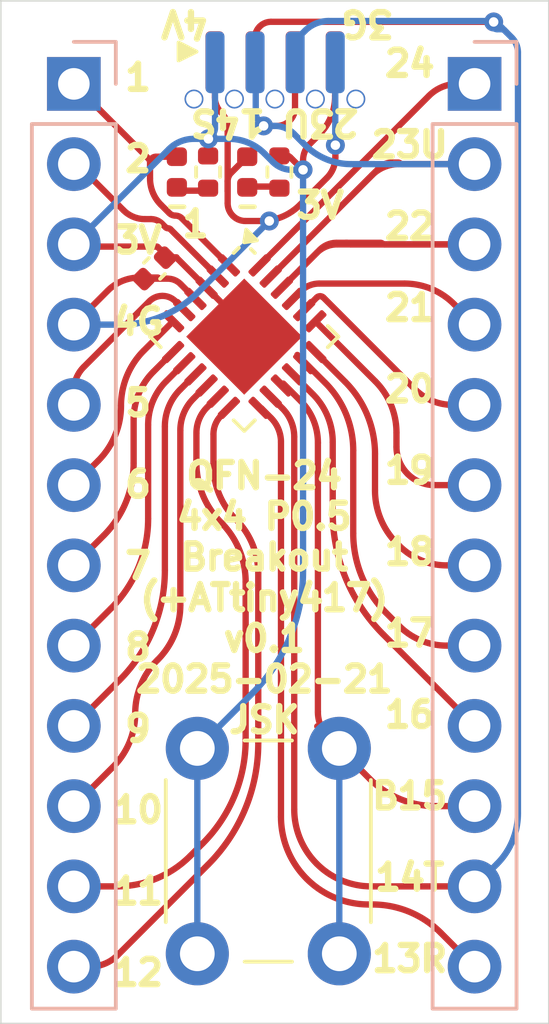
<source format=kicad_pcb>
(kicad_pcb (version 20240108) (generator "pcbnew") (generator_version "8.0")
  (layers (0 "F.Cu" signal) (31 "B.Cu" signal) (34 "B.Paste" user) (35 "F.Paste" user) (36 "B.SilkS" user "B.Silkscreen") (37 "F.SilkS" user "F.Silkscreen") (38 "B.Mask" user) (39 "F.Mask" user) (44 "Edge.Cuts" user))
  (net 0 "")
  (net 1 "/Pin3")
  (net 2 "/Pin4")
  (net 3 "Net-(D1001-Pad1)")
  (net 4 "Net-(D1002-Pad1)")
  (net 5 "/Pin1")
  (net 6 "/Pin21")
  (net 7 "/Pin24")
  (net 8 "/Pin15")
  (net 9 "/Pin17")
  (net 10 "/Pin19")
  (net 11 "/Pin22")
  (net 12 "/Pin18")
  (net 13 "/Pin20")
  (net 14 "/Pin13")
  (net 15 "/Pin23")
  (net 16 "/Pin14")
  (net 17 "/Pin16")
  (net 18 "/Pin6")
  (net 19 "/Pin10")
  (net 20 "/Pin5")
  (net 21 "/Pin8")
  (net 22 "/Pin11")
  (net 23 "/Pin2")
  (net 24 "/Pin7")
  (net 25 "/Pin12")
  (net 26 "/Pin9")
  (footprint "Resistor_SMD:R_0402_1005Metric" (layer "F.Cu") (at 146.89 74.550001 90)
    (property "Reference" "R1001" (hide yes))
    (property "Value" "R_US" (hide yes))
    (fp_line (start -0.153641 -0.38) (end 0.153641 -0.38) (stroke (width 0.12)) (layer "F.SilkS"))
    (fp_line (start -0.153641 0.38) (end 0.153641 0.38) (stroke (width 0.12)) (layer "F.SilkS"))
    (pad "1" smd roundrect (at -0.509999 0 90) (size 0.54 0.64) (layers "F.Cu" "F.Paste" "F.Mask") (net 3 "Net-(D1001-Pad1)"))
    (pad "2" smd roundrect (at 0.509999 0 90) (size 0.54 0.64) (layers "F.Cu" "F.Paste" "F.Mask") (net 1 "/Pin3"))
  )
  (footprint "JSK:LED_0402_1005Metric" (layer "F.Cu") (at 143.64 74.550001 90)
    (property "Reference" "D1002" (hide yes))
    (property "Value" "LED" (hide yes))
    (fp_line (start -1.1 -0.20625) (end -1.1 0.226249) (stroke (width 0.15)) (layer "F.SilkS"))
    (pad "1" smd roundrect (at -0.485 0 90) (size 0.59 0.64) (layers "F.Cu" "F.Paste" "F.Mask") (net 4 "Net-(D1002-Pad1)"))
    (pad "2" smd roundrect (at 0.485 0 90) (size 0.59 0.64) (layers "F.Cu" "F.Paste" "F.Mask") (net 5 "/Pin1"))
  )
  (footprint "JSK:8-pin-clip" (layer "F.Cu") (at 146.75 71.07 90)
    (property "Reference" "J1003" (hide yes))
    (property "Value" "~" (hide yes))
    (fp_poly (pts (xy 0.050323 -3.056152) (xy 0.620323 -3.056152) (xy 0.330324 -2.486152)) (stroke (width 0.12)) (fill solid) (layer "F.SilkS"))
    (pad "" np_thru_hole circle (at -1.17 -2.5675 90) (size 0.6 0.6) (drill 0.5) (layers "F&B.Cu"))
    (pad "" np_thru_hole circle (at -1.17 -1.285 90) (size 0.6 0.6) (drill 0.5) (layers "F&B.Cu"))
    (pad "" np_thru_hole circle (at -1.17 -0.0025 90) (size 0.6 0.6) (drill 0.5) (layers "F&B.Cu"))
    (pad "" np_thru_hole circle (at -1.17 1.28 90) (size 0.6 0.6) (drill 0.5) (layers "F&B.Cu"))
    (pad "" np_thru_hole circle (at -1.17 2.5625 90) (size 0.6 0.6) (drill 0.5) (layers "F&B.Cu"))
    (pad "A1" connect roundrect (at 0 -1.904999 90) (size 1.95 0.6) (layers "F.Cu" "F.Mask") (net 2 "/Pin4"))
    (pad "A2" connect roundrect (at 0 -0.635 90) (size 1.95 0.6) (layers "F.Cu" "F.Mask") (net 16 "/Pin14"))
    (pad "A3" connect roundrect (at 0 0.635 90) (size 1.95 0.6) (layers "F.Cu" "F.Mask") (net 15 "/Pin23"))
    (pad "A4" connect roundrect (at 0 1.904999 90) (size 1.95 0.6) (layers "F.Cu" "F.Mask") (net 1 "/Pin3"))
    (pad "B1" connect roundrect (at -0.01 1.91 90) (size 1.95 0.6) (layers "B.Cu" "B.Mask") (net 2 "/Pin4"))
    (pad "B2" connect roundrect (at -0.01 0.64 90) (size 1.95 0.6) (layers "B.Cu" "B.Mask") (net 16 "/Pin14"))
    (pad "B3" connect roundrect (at -0.01 -0.63 90) (size 1.95 0.6) (layers "B.Cu" "B.Mask") (net 15 "/Pin23"))
    (pad "B4" connect roundrect (at -0.01 -1.9 90) (size 1.95 0.6) (layers "B.Cu" "B.Mask") (net 1 "/Pin3"))
  )
  (footprint "Capacitor_SMD:C_0402_1005Metric" (layer "F.Cu") (at 142.93 77.6 45)
    (property "Reference" "C1001" (hide yes))
    (property "Value" "C" (hide yes))
    (fp_line (start -0.107836 -0.36) (end 0.107836 -0.36) (stroke (width 0.12)) (layer "F.SilkS"))
    (fp_line (start -0.107836 0.36) (end 0.107836 0.36) (stroke (width 0.12)) (layer "F.SilkS"))
    (pad "1" smd roundrect (at -0.48 0 45) (size 0.56 0.62) (layers "F.Cu" "F.Paste" "F.Mask") (net 2 "/Pin4"))
    (pad "2" smd roundrect (at 0.48 0 45) (size 0.56 0.62) (layers "F.Cu" "F.Paste" "F.Mask") (net 1 "/Pin3"))
  )
  (footprint "Button_Switch_THT:SW_PUSH_6mm" (layer "F.Cu") (at 144.288391 99.292925 90)
    (property "Reference" "SW1001" (hide yes))
    (property "Value" "Push_Button" (hide yes))
    (fp_line (start 5.5 -1) (end 1 -1) (stroke (width 0.12)) (layer "F.SilkS"))
    (fp_line (start -0.25 1.5) (end -0.25 3) (stroke (width 0.12)) (layer "F.SilkS"))
    (fp_line (start 6.75 3) (end 6.75 1.5) (stroke (width 0.12)) (layer "F.SilkS"))
    (fp_line (start 1 5.5) (end 5.5 5.5) (stroke (width 0.12)) (layer "F.SilkS"))
    (pad "1" thru_hole circle (at 0 0 180) (size 2 2) (drill 1.1) (layers "*.Cu" "*.Mask") (net 1 "/Pin3"))
    (pad "1" thru_hole circle (at 6.5 0 180) (size 2 2) (drill 1.1) (layers "*.Cu" "*.Mask") (net 1 "/Pin3"))
    (pad "2" thru_hole circle (at 0 4.500001 180) (size 2 2) (drill 1.1) (layers "*.Cu" "*.Mask") (net 8 "/Pin15"))
    (pad "2" thru_hole circle (at 6.500001 4.5 180) (size 2 2) (drill 1.1) (layers "*.Cu" "*.Mask") (net 8 "/Pin15"))
  )
  (footprint "JSK:LED_0402_1005Metric" (layer "F.Cu") (at 145.87 74.550001 90)
    (property "Reference" "D1001" (hide yes))
    (property "Value" "LED" (hide yes))
    (fp_line (start -1.1 -0.20625) (end -1.1 0.226249) (stroke (width 0.15)) (layer "F.SilkS"))
    (pad "1" smd roundrect (at -0.485 0 90) (size 0.59 0.64) (layers "F.Cu" "F.Paste" "F.Mask") (net 3 "Net-(D1001-Pad1)"))
    (pad "2" smd roundrect (at 0.485 0 90) (size 0.59 0.64) (layers "F.Cu" "F.Paste" "F.Mask") (net 2 "/Pin4"))
  )
  (footprint "Resistor_SMD:R_0402_1005Metric" (layer "F.Cu") (at 144.63 74.550001 90)
    (property "Reference" "R1002" (hide yes))
    (property "Value" "R_US" (hide yes))
    (fp_line (start -0.153641 -0.38) (end 0.153641 -0.38) (stroke (width 0.12)) (layer "F.SilkS"))
    (fp_line (start -0.153641 0.38) (end 0.153641 0.38) (stroke (width 0.12)) (layer "F.SilkS"))
    (pad "1" smd roundrect (at -0.509999 0 90) (size 0.54 0.64) (layers "F.Cu" "F.Paste" "F.Mask") (net 4 "Net-(D1002-Pad1)"))
    (pad "2" smd roundrect (at 0.509999 0 90) (size 0.54 0.64) (layers "F.Cu" "F.Paste" "F.Mask") (net 1 "/Pin3"))
  )
  (footprint "Package_DFN_QFN:QFN-24-1EP_4x4mm_P0.5mm_EP2.6x2.6mm" (layer "F.Cu") (at 145.775 79.76 -45)
    (property "Reference" "U1001" (hide yes))
    (property "Value" "ATtiny417-M" (hide yes))
    (fp_line (start -2.11 2.11) (end -2.11 1.635) (stroke (width 0.12)) (layer "F.SilkS"))
    (fp_line (start -1.635 2.11) (end -2.11 2.11) (stroke (width 0.12)) (layer "F.SilkS"))
    (fp_line (start -2.11 -1.635) (end -2.11 -1.87) (stroke (width 0.12)) (layer "F.SilkS"))
    (fp_line (start 1.635 2.11) (end 2.11 2.11) (stroke (width 0.12)) (layer "F.SilkS"))
    (fp_line (start 2.11 2.11) (end 2.11 1.635) (stroke (width 0.12)) (layer "F.SilkS"))
    (fp_line (start -1.635 -2.11) (end -1.81 -2.11) (stroke (width 0.12)) (layer "F.SilkS"))
    (fp_line (start 1.635 -2.11) (end 2.11 -2.11) (stroke (width 0.12)) (layer "F.SilkS"))
    (fp_line (start 2.11 -2.11) (end 2.11 -1.635) (stroke (width 0.12)) (layer "F.SilkS"))
    (fp_poly (pts (xy -2.11 -2.11) (xy -2.349999 -2.44) (xy -1.87 -2.44) (xy -2.11 -2.11)) (stroke (width 0.12)) (fill solid) (layer "F.SilkS"))
    (pad "1" smd roundrect (at -1.9375 -1.25 315) (size 0.825 0.25) (layers "F.Cu" "F.Paste" "F.Mask") (net 5 "/Pin1"))
    (pad "2" smd roundrect (at -1.937499 -0.75 315) (size 0.825 0.25) (layers "F.Cu" "F.Paste" "F.Mask") (net 23 "/Pin2"))
    (pad "3" smd roundrect (at -1.9375 -0.25 315) (size 0.825 0.25) (layers "F.Cu" "F.Paste" "F.Mask") (net 1 "/Pin3"))
    (pad "4" smd roundrect (at -1.9375 0.25 315) (size 0.825 0.25) (layers "F.Cu" "F.Paste" "F.Mask") (net 2 "/Pin4"))
    (pad "5" smd roundrect (at -1.937499 0.75 315) (size 0.825 0.25) (layers "F.Cu" "F.Paste" "F.Mask") (net 20 "/Pin5"))
    (pad "6" smd roundrect (at -1.9375 1.25 315) (size 0.825 0.25) (layers "F.Cu" "F.Paste" "F.Mask") (net 18 "/Pin6"))
    (pad "7" smd roundrect (at -1.25 1.9375 315) (size 0.25 0.825) (layers "F.Cu" "F.Paste" "F.Mask") (net 24 "/Pin7"))
    (pad "8" smd roundrect (at -0.75 1.937499 315) (size 0.25 0.825) (layers "F.Cu" "F.Paste" "F.Mask") (net 21 "/Pin8"))
    (pad "9" smd roundrect (at -0.25 1.9375 315) (size 0.25 0.825) (layers "F.Cu" "F.Paste" "F.Mask") (net 26 "/Pin9"))
    (pad "10" smd roundrect (at 0.25 1.9375 315) (size 0.25 0.825) (layers "F.Cu" "F.Paste" "F.Mask") (net 19 "/Pin10"))
    (pad "11" smd roundrect (at 0.75 1.937499 315) (size 0.25 0.825) (layers "F.Cu" "F.Paste" "F.Mask") (net 22 "/Pin11"))
    (pad "12" smd roundrect (at 1.25 1.9375 315) (size 0.25 0.825) (layers "F.Cu" "F.Paste" "F.Mask") (net 25 "/Pin12"))
    (pad "13" smd roundrect (at 1.9375 1.25 315) (size 0.825 0.25) (layers "F.Cu" "F.Paste" "F.Mask") (net 14 "/Pin13"))
    (pad "14" smd roundrect (at 1.937499 0.75 315) (size 0.825 0.25) (layers "F.Cu" "F.Paste" "F.Mask") (net 16 "/Pin14"))
    (pad "15" smd roundrect (at 1.9375 0.25 315) (size 0.825 0.25) (layers "F.Cu" "F.Paste" "F.Mask") (net 8 "/Pin15"))
    (pad "16" smd roundrect (at 1.9375 -0.25 315) (size 0.825 0.25) (layers "F.Cu" "F.Paste" "F.Mask") (net 17 "/Pin16"))
    (pad "17" smd roundrect (at 1.937499 -0.75 315) (size 0.825 0.25) (layers "F.Cu" "F.Paste" "F.Mask") (net 9 "/Pin17"))
    (pad "18" smd roundrect (at 1.9375 -1.25 315) (size 0.825 0.25) (layers "F.Cu" "F.Paste" "F.Mask") (net 12 "/Pin18"))
    (pad "19" smd roundrect (at 1.25 -1.9375 315) (size 0.25 0.825) (layers "F.Cu" "F.Paste" "F.Mask") (net 10 "/Pin19"))
    (pad "20" smd roundrect (at 0.75 -1.937499 315) (size 0.25 0.825) (layers "F.Cu" "F.Paste" "F.Mask") (net 13 "/Pin20"))
    (pad "21" smd roundrect (at 0.25 -1.9375 315) (size 0.25 0.825) (layers "F.Cu" "F.Paste" "F.Mask") (net 6 "/Pin21"))
    (pad "22" smd roundrect (at -0.25 -1.9375 315) (size 0.25 0.825) (layers "F.Cu" "F.Paste" "F.Mask") (net 11 "/Pin22"))
    (pad "23" smd roundrect (at -0.75 -1.937499 315) (size 0.25 0.825) (layers "F.Cu" "F.Paste" "F.Mask") (net 15 "/Pin23"))
    (pad "24" smd roundrect (at -1.25 -1.9375 315) (size 0.25 0.825) (layers "F.Cu" "F.Paste" "F.Mask") (net 7 "/Pin24"))
    (pad "25" smd rect (at 0 0 315) (size 2.6 2.6) (property pad_prop_heatsink) (layers "F.Cu" "F.Mask") (net 1 "/Pin3"))
  )
  (footprint "Connector_PinHeader_2.54mm:PinHeader_1x12_P2.54mm_Vertical" (layer "B.Cu") (at 140.375 71.76 180)
    (property "Reference" "J1002" (hide yes))
    (property "Value" "Conn_01x12_Pin" (hide yes))
    (fp_line (start 1.33 -1.27) (end -1.33 -1.27) (stroke (width 0.12)) (layer "B.SilkS"))
    (fp_line (start 1.33 -29.27) (end 1.33 -1.27) (stroke (width 0.12)) (layer "B.SilkS"))
    (fp_line (start 1.33 -29.27) (end -1.33 -29.27) (stroke (width 0.12)) (layer "B.SilkS"))
    (fp_line (start 0 1.33) (end -1.33 1.33) (stroke (width 0.12)) (layer "B.SilkS"))
    (fp_line (start -1.33 1.33) (end -1.33 0) (stroke (width 0.12)) (layer "B.SilkS"))
    (fp_line (start -1.33 -29.27) (end -1.33 -1.27) (stroke (width 0.12)) (layer "B.SilkS"))
    (pad "1" thru_hole rect (at 0 0 180) (size 1.7 1.7) (drill 1) (layers "*.Cu" "*.Mask") (net 5 "/Pin1"))
    (pad "2" thru_hole oval (at 0 -2.54 180) (size 1.7 1.7) (drill 1) (layers "*.Cu" "*.Mask") (net 23 "/Pin2"))
    (pad "3" thru_hole oval (at 0 -5.08 180) (size 1.7 1.7) (drill 1) (layers "*.Cu" "*.Mask") (net 1 "/Pin3"))
    (pad "4" thru_hole oval (at 0 -7.62 180) (size 1.7 1.7) (drill 1) (layers "*.Cu" "*.Mask") (net 2 "/Pin4"))
    (pad "5" thru_hole oval (at 0 -10.16 180) (size 1.7 1.7) (drill 1) (layers "*.Cu" "*.Mask") (net 20 "/Pin5"))
    (pad "6" thru_hole oval (at 0 -12.7 180) (size 1.7 1.7) (drill 1) (layers "*.Cu" "*.Mask") (net 18 "/Pin6"))
    (pad "7" thru_hole oval (at 0 -15.24 180) (size 1.7 1.7) (drill 1) (layers "*.Cu" "*.Mask") (net 24 "/Pin7"))
    (pad "8" thru_hole oval (at 0 -17.78 180) (size 1.7 1.7) (drill 1) (layers "*.Cu" "*.Mask") (net 21 "/Pin8"))
    (pad "9" thru_hole oval (at 0 -20.32 180) (size 1.7 1.7) (drill 1) (layers "*.Cu" "*.Mask") (net 26 "/Pin9"))
    (pad "10" thru_hole oval (at 0 -22.86 180) (size 1.7 1.7) (drill 1) (layers "*.Cu" "*.Mask") (net 19 "/Pin10"))
    (pad "11" thru_hole oval (at 0 -25.4 180) (size 1.7 1.7) (drill 1) (layers "*.Cu" "*.Mask") (net 22 "/Pin11"))
    (pad "12" thru_hole oval (at 0 -27.94 180) (size 1.7 1.7) (drill 1) (layers "*.Cu" "*.Mask") (net 25 "/Pin12"))
  )
  (footprint "Connector_PinHeader_2.54mm:PinHeader_1x12_P2.54mm_Vertical" (layer "B.Cu") (at 153.075 71.76 180)
    (property "Reference" "J1001" (hide yes))
    (property "Value" "Conn_01x12_Pin" (hide yes))
    (fp_line (start 1.33 -1.27) (end -1.33 -1.27) (stroke (width 0.12)) (layer "B.SilkS"))
    (fp_line (start 1.33 -29.27) (end 1.33 -1.27) (stroke (width 0.12)) (layer "B.SilkS"))
    (fp_line (start 1.33 -29.27) (end -1.33 -29.27) (stroke (width 0.12)) (layer "B.SilkS"))
    (fp_line (start 0 1.33) (end -1.33 1.33) (stroke (width 0.12)) (layer "B.SilkS"))
    (fp_line (start -1.33 1.33) (end -1.33 0) (stroke (width 0.12)) (layer "B.SilkS"))
    (fp_line (start -1.33 -29.27) (end -1.33 -1.27) (stroke (width 0.12)) (layer "B.SilkS"))
    (pad "1" thru_hole rect (at 0 0 180) (size 1.7 1.7) (drill 1) (layers "*.Cu" "*.Mask") (net 7 "/Pin24"))
    (pad "2" thru_hole oval (at 0 -2.54 180) (size 1.7 1.7) (drill 1) (layers "*.Cu" "*.Mask") (net 15 "/Pin23"))
    (pad "3" thru_hole oval (at 0 -5.08 180) (size 1.7 1.7) (drill 1) (layers "*.Cu" "*.Mask") (net 11 "/Pin22"))
    (pad "4" thru_hole oval (at 0 -7.62 180) (size 1.7 1.7) (drill 1) (layers "*.Cu" "*.Mask") (net 6 "/Pin21"))
    (pad "5" thru_hole oval (at 0 -10.16 180) (size 1.7 1.7) (drill 1) (layers "*.Cu" "*.Mask") (net 13 "/Pin20"))
    (pad "6" thru_hole oval (at 0 -12.7 180) (size 1.7 1.7) (drill 1) (layers "*.Cu" "*.Mask") (net 10 "/Pin19"))
    (pad "7" thru_hole oval (at 0 -15.24 180) (size 1.7 1.7) (drill 1) (layers "*.Cu" "*.Mask") (net 12 "/Pin18"))
    (pad "8" thru_hole oval (at 0 -17.78 180) (size 1.7 1.7) (drill 1) (layers "*.Cu" "*.Mask") (net 9 "/Pin17"))
    (pad "9" thru_hole oval (at 0 -20.32 180) (size 1.7 1.7) (drill 1) (layers "*.Cu" "*.Mask") (net 17 "/Pin16"))
    (pad "10" thru_hole oval (at 0 -22.86 180) (size 1.7 1.7) (drill 1) (layers "*.Cu" "*.Mask") (net 8 "/Pin15"))
    (pad "11" thru_hole oval (at 0 -25.4 180) (size 1.7 1.7) (drill 1) (layers "*.Cu" "*.Mask") (net 16 "/Pin14"))
    (pad "12" thru_hole oval (at 0 -27.94 180) (size 1.7 1.7) (drill 1) (layers "*.Cu" "*.Mask") (net 14 "/Pin13"))
  )
  (gr_rect (start 138.06 69.13) (end 155.43 101.5) (stroke (width 0.05)) (fill none) (layer "Edge.Cuts"))
  (gr_text "3V" (at 148.18 75.14 0) (layer "F.SilkS") (effects (font (size 0.8 0.8) (thickness 0.2) (bold yes)) (justify top)))
  (gr_text "24\n\n23U\n\n22\n\n21\n\n20\n\n19\n\n18\n\n17\n\n16\n\nB15\n\n14T\n\n13R" (at 151.02 70.65 0) (layer "F.SilkS") (effects (font (size 0.8 0.8) (thickness 0.2) (bold yes)) (justify top)))
  (gr_text "1\n\n2\n\n3V\n\n4G\n\n5\n\n6\n\n7\n\n8\n\n9\n\n10\n\n11\n\n12" (at 142.41 71.09 0) (layer "F.SilkS") (effects (font (size 0.8 0.8) (thickness 0.2) (bold yes)) (justify top)))
  (gr_text "23U 14S" (at 149.5 72.52 180) (layer "F.SilkS") (effects (font (size 0.8 0.8) (thickness 0.2) (bold yes)) (justify left bottom)))
  (gr_text "QFN-24\n4x4 P0.5\nBreakout\n(+ATtiny417)\nv0.1\n2025-02-21\nJSK" (at 146.41 88.03 0) (layer "F.SilkS") (effects (font (size 0.8 0.8) (thickness 0.2) (bold yes))))
  (gr_text "1" (at 144.23 75.73 0) (layer "F.SilkS") (effects (font (size 0.8 0.8) (thickness 0.2) (bold yes)) (justify top)))
  (gr_text "3G       4V" (at 150.58 69.38 180) (layer "F.SilkS") (effects (font (size 0.8 0.8) (thickness 0.2) (bold yes)) (justify left bottom)))
  (segment (start 148.654999 72.142846) (end 148.654999 71.07) (width 0.2) (layer "F.Cu") (net 1))
  (segment (start 143.624276 77.249999) (end 143.494999 77.249999) (width 0.2) (layer "F.Cu") (net 1))
  (segment (start 148.147499 73.368058) (end 147.853702 73.661855) (width 0.2) (layer "F.Cu") (net 1))
  (segment (start 143.05 76.94) (end 143.264539 77.154539) (width 0.2) (layer "F.Cu") (net 1))
  (segment (start 147.241923 74.091923) (end 147.626464 74.476464) (width 0.2) (layer "F.Cu") (net 1))
  (segment (start 147.64 74.48) (end 147.635 74.48) (width 0.2) (layer "F.Cu") (net 1))
  (segment (start 144.64 73.5) (end 144.64 74.030002) (width 0.2) (layer "F.Cu") (net 1))
  (segment (start 143.005857 76.91) (end 140.445 76.91) (width 0.2) (layer "F.Cu") (net 1))
  (segment (start 144.581757 78.213204) (end 145.775 79.406447) (width 0.2) (layer "F.Cu") (net 1))
  (segment (start 143.03 76.92) (end 143.05 76.94) (width 0.2) (layer "F.Cu") (net 1))
  (segment (start 147.02 74) (end 146.89 74) (width 0.2) (layer "F.Cu") (net 1))
  (segment (start 147.64 74.48) (end 147.64 74.177779) (width 0.2) (layer "F.Cu") (net 1))
  (segment (start 144.581757 78.213204) (end 143.634047 77.265494) (width 0.2) (layer "F.Cu") (net 1))
  (via (at 147.64 74.48) (size 0.6) (drill 0.3) (layers "F.Cu" "B.Cu") (net 1))
  (via (at 144.64 73.5) (size 0.6) (drill 0.3) (layers "F.Cu" "B.Cu") (net 1))
  (arc (start 147.853702 73.661855) (mid 147.695539 73.898563) (end 147.64 74.177779) (width 0.2) (layer "F.Cu") (net 1))
  (arc (start 143.63 77.255723) (mid 143.631051 77.261011) (end 143.634047 77.265494) (width 0.2) (layer "F.Cu") (net 1))
  (arc (start 148.654999 72.142846) (mid 148.523104 72.805926) (end 148.147499 73.368058) (width 0.2) (layer "F.Cu") (net 1))
  (arc (start 143.63 77.255723) (mid 143.628323 77.251675) (end 143.624276 77.249999) (width 0.2) (layer "F.Cu") (net 1))
  (arc (start 143.03 76.92) (mid 143.018923 76.912598) (end 143.005857 76.91) (width 0.2) (layer "F.Cu") (net 1))
  (arc (start 143.264539 77.154539) (mid 143.370275 77.225189) (end 143.494999 77.249999) (width 0.2) (layer "F.Cu") (net 1))
  (arc (start 147.626464 74.476464) (mid 147.63038 74.479081) (end 147.635 74.48) (width 0.2) (layer "F.Cu") (net 1))
  (arc (start 147.241923 74.091923) (mid 147.140104 74.02389) (end 147.02 74) (width 0.2) (layer "F.Cu") (net 1))
  (segment (start 145.295735 73.5) (end 144.64 73.5) (width 0.2) (layer "B.Cu") (net 1))
  (segment (start 147.64 74.48) (end 147.64 87.187352) (width 0.2) (layer "B.Cu") (net 1))
  (segment (start 144.1775 73.5) (end 144.64 73.5) (width 0.2) (layer "B.Cu") (net 1))
  (segment (start 147.64 74.48) (end 147.285735 74.48) (width 0.2) (layer "B.Cu") (net 1))
  (segment (start 143.387963 73.827036) (end 140.375 76.84) (width 0.2) (layer "B.Cu") (net 1))
  (segment (start 144.85 73.141507) (end 144.85 71.08) (width 0.2) (layer "B.Cu") (net 1))
  (segment (start 144.745 73.395) (end 144.64 73.5) (width 0.2) (layer "B.Cu") (net 1))
  (segment (start 144.288391 92.792925) (end 144.288391 99.292925) (width 0.2) (layer "B.Cu") (net 1))
  (segment (start 146.046207 91.035108) (end 144.288391 92.792925) (width 0.2) (layer "B.Cu") (net 1))
  (segment (start 146.415146 73.963675) (end 146.680968 74.229497) (width 0.2) (layer "B.Cu") (net 1))
  (arc (start 146.680968 74.229497) (mid 146.958437 74.414896) (end 147.285735 74.48) (width 0.2) (layer "B.Cu") (net 1))
  (arc (start 144.85 73.141507) (mid 144.822711 73.278696) (end 144.745 73.395) (width 0.2) (layer "B.Cu") (net 1))
  (arc (start 144.1775 73.5) (mid 143.750205 73.584993) (end 143.387963 73.827036) (width 0.2) (layer "B.Cu") (net 1))
  (arc (start 147.64 87.187352) (mid 147.225786 89.269742) (end 146.046207 91.035108) (width 0.2) (layer "B.Cu") (net 1))
  (arc (start 146.415146 73.963675) (mid 145.901555 73.620505) (end 145.295735 73.5) (width 0.2) (layer "B.Cu") (net 1))
  (segment (start 145.361368 74.573632) (end 145.87 74.065001) (width 0.2) (layer "F.Cu") (net 2))
  (segment (start 143.774483 78.113035) (end 144.076964 78.415516) (width 0.2) (layer "F.Cu") (net 2))
  (segment (start 144.076964 78.415516) (end 144.228204 78.566757) (width 0.2) (layer "F.Cu") (net 2))
  (segment (start 145.25 74.8425) (end 145.25 75.157499) (width 0.2) (layer "F.Cu") (net 2))
  (segment (start 142.4525 77.89) (end 143.04 77.89) (width 0.2) (layer "F.Cu") (net 2))
  (segment (start 148.664086 73.7) (end 148.664086 74.082957) (width 0.2) (layer "F.Cu") (net 2))
  (segment (start 145.813345 76.1) (end 146.305 76.1) (width 0.2) (layer "F.Cu") (net 2))
  (segment (start 143.774483 78.113035) (end 143.756086 78.094638) (width 0.2) (layer "F.Cu") (net 2))
  (segment (start 143.346543 77.925) (end 142.685 77.925) (width 0.2) (layer "F.Cu") (net 2))
  (segment (start 145.25 75.157499) (end 145.25 75.536654) (width 0.2) (layer "F.Cu") (net 2))
  (segment (start 148.393294 74.736705) (end 147.542652 75.587347) (width 0.2) (layer "F.Cu") (net 2))
  (segment (start 145.25 73.159906) (end 145.25 74.8425) (width 0.2) (layer "F.Cu") (net 2))
  (segment (start 141.449574 78.305425) (end 140.375 79.38) (width 0.2) (layer "F.Cu") (net 2))
  (segment (start 144.845001 72.182152) (end 144.845001 71.07) (width 0.2) (layer "F.Cu") (net 2))
  (segment (start 145.25 75.157499) (end 145.25 74.8425) (width 0.2) (layer "F.Cu") (net 2))
  (via (at 146.57 76.1) (size 0.6) (drill 0.3) (layers "F.Cu" "B.Cu") (net 2))
  (via (at 148.664086 73.7) (size 0.6) (drill 0.3) (layers "F.Cu" "B.Cu") (net 2))
  (arc (start 145.361368 74.573632) (mid 145.278943 74.696989) (end 145.25 74.8425) (width 0.2) (layer "F.Cu") (net 2))
  (arc (start 145.25 74.8425) (mid 145.25 74.8425) (end 145.25 74.8425) (width 0.2) (layer "F.Cu") (net 2))
  (arc (start 148.664086 74.082957) (mid 148.593709 74.436763) (end 148.393294 74.736705) (width 0.2) (layer "F.Cu") (net 2))
  (arc (start 145.0475 72.671029) (mid 145.197371 72.895327) (end 145.25 73.159906) (width 0.2) (layer "F.Cu") (net 2))
  (arc (start 143.756086 78.094638) (mid 143.568186 77.969087) (end 143.346543 77.925) (width 0.2) (layer "F.Cu") (net 2))
  (arc (start 147.542652 75.587347) (mid 146.974812 75.966765) (end 146.305 76.1) (width 0.2) (layer "F.Cu") (net 2))
  (arc (start 144.845001 72.182152) (mid 144.897628 72.44673) (end 145.0475 72.671029) (width 0.2) (layer "F.Cu") (net 2))
  (arc (start 145.25 75.536654) (mid 145.292882 75.752237) (end 145.415 75.935) (width 0.2) (layer "F.Cu") (net 2))
  (arc (start 142.4525 77.89) (mid 141.90972 77.997965) (end 141.449574 78.305425) (width 0.2) (layer "F.Cu") (net 2))
  (arc (start 145.415 75.935) (mid 145.597762 76.057117) (end 145.813345 76.1) (width 0.2) (layer "F.Cu") (net 2))
  (segment (start 148.66 73.693024) (end 148.66 71.08) (width 0.2) (layer "B.Cu") (net 2))
  (segment (start 144.320608 78.349391) (end 146.57 76.1) (width 0.2) (layer "B.Cu") (net 2))
  (segment (start 148.662043 73.697957) (end 148.664086 73.7) (width 0.2) (layer "B.Cu") (net 2))
  (segment (start 141.8325 79.38) (end 140.375 79.38) (width 0.2) (layer "B.Cu") (net 2))
  (arc (start 148.66 73.693024) (mid 148.66053 73.695693) (end 148.662043 73.697957) (width 0.2) (layer "B.Cu") (net 2))
  (arc (start 144.320608 78.349391) (mid 143.179054 79.112153) (end 141.8325 79.38) (width 0.2) (layer "B.Cu") (net 2))
  (segment (start 146.89 75.009999) (end 145.87 75.009999) (width 0.2) (layer "F.Cu") (net 3))
  (segment (start 144.63 75.139998) (end 143.664998 75.139998) (width 0.2) (layer "F.Cu") (net 4))
  (segment (start 143.795062 76.012295) (end 145.288864 77.506097) (width 0.2) (layer "F.Cu") (net 5))
  (segment (start 142.97778 74.065001) (end 143.64 74.065001) (width 0.2) (layer "F.Cu") (net 5))
  (segment (start 143.135 75.585) (end 143.397704 75.847704) (width 0.2) (layer "F.Cu") (net 5))
  (segment (start 142.79 74.252781) (end 142.79 74.752096) (width 0.2) (layer "F.Cu") (net 5))
  (segment (start 142.735 74.12) (end 140.375 71.76) (width 0.2) (layer "F.Cu") (net 5))
  (arc (start 143.397704 75.847704) (mid 143.488858 75.908611) (end 143.596383 75.93) (width 0.2) (layer "F.Cu") (net 5))
  (arc (start 142.735 74.12) (mid 142.789999 74.142781) (end 142.844999 74.12) (width 0.2) (layer "F.Cu") (net 5))
  (arc (start 142.97778 74.065001) (mid 142.905919 74.079294) (end 142.844999 74.12) (width 0.2) (layer "F.Cu") (net 5))
  (arc (start 143.795062 76.012295) (mid 143.703907 75.951387) (end 143.596383 75.93) (width 0.2) (layer "F.Cu") (net 5))
  (arc (start 142.79 74.752096) (mid 142.879662 75.20286) (end 143.135 75.585) (width 0.2) (layer "F.Cu") (net 5))
  (arc (start 142.844999 74.12) (mid 142.804293 74.18092) (end 142.79 74.252781) (width 0.2) (layer "F.Cu") (net 5))
  (arc (start 142.79 74.252781) (mid 142.775705 74.18092) (end 142.735 74.12) (width 0.2) (layer "F.Cu") (net 5))
  (segment (start 152.425 78.73) (end 153.075 79.38) (width 0.2) (layer "F.Cu") (net 6))
  (segment (start 147.565174 78.323378) (end 147.321796 78.566757) (width 0.2) (layer "F.Cu") (net 6))
  (segment (start 150.855761 78.08) (end 148.152742 78.08) (width 0.2) (layer "F.Cu") (net 6))
  (arc (start 152.425 78.73) (mid 151.705027 78.248929) (end 150.855761 78.08) (width 0.2) (layer "F.Cu") (net 6))
  (arc (start 148.152742 78.08) (mid 147.834752 78.143251) (end 147.565174 78.323378) (width 0.2) (layer "F.Cu") (net 6))
  (segment (start 152.541117 71.76) (end 153.075 71.76) (width 0.2) (layer "F.Cu") (net 7))
  (segment (start 151.629721 72.137512) (end 146.261136 77.506097) (width 0.2) (layer "F.Cu") (net 7))
  (arc (start 152.541117 71.76) (mid 152.047873 71.858112) (end 151.629721 72.137512) (width 0.2) (layer "F.Cu") (net 7))
  (segment (start 147.561877 81.794366) (end 147.013755 81.246244) (width 0.2) (layer "F.Cu") (net 8))
  (segment (start 149.127586 93.132119) (end 149.74589 93.750423) (width 0.2) (layer "F.Cu") (net 8))
  (segment (start 148.11 91.634838) (end 148.11 83.117651) (width 0.2) (layer "F.Cu") (net 8))
  (segment (start 148.449195 92.453728) (end 149.127586 93.132119) (width 0.2) (layer "F.Cu") (net 8))
  (segment (start 148.449195 92.453728) (end 148.09 92.094533) (width 0.2) (layer "F.Cu") (net 8))
  (segment (start 151.845233 94.62) (end 153.075 94.62) (width 0.2) (layer "F.Cu") (net 8))
  (segment (start 149.127586 93.132119) (end 148.449195 92.453728) (width 0.2) (layer "F.Cu") (net 8))
  (arc (start 149.74589 93.750423) (mid 150.709077 94.394004) (end 151.845233 94.62) (width 0.2) (layer "F.Cu") (net 8))
  (arc (start 148.11 91.634838) (mid 148.198153 92.078018) (end 148.449195 92.453728) (width 0.2) (layer "F.Cu") (net 8))
  (arc (start 147.561877 81.794366) (mid 147.967547 82.401494) (end 148.11 83.117651) (width 0.2) (layer "F.Cu") (net 8))
  (arc (start 148.449195 92.453728) (mid 148.449195 92.453728) (end 148.449195 92.453728) (width 0.2) (layer "F.Cu") (net 8))
  (segment (start 148.788392 99.292925) (end 148.788392 92.792925) (width 0.2) (layer "B.Cu") (net 8))
  (segment (start 148.344435 81.224435) (end 147.458871 80.338871) (width 0.2) (layer "F.Cu") (net 9))
  (segment (start 150.27 88.5) (end 150.685978 88.915978) (width 0.2) (layer "F.Cu") (net 9))
  (segment (start 152.1925 89.54) (end 153.075 89.54) (width 0.2) (layer "F.Cu") (net 9))
  (segment (start 149.23 85.989217) (end 149.23 83.362377) (width 0.2) (layer "F.Cu") (net 9))
  (arc (start 150.685978 88.915978) (mid 151.377176 89.377821) (end 152.1925 89.54) (width 0.2) (layer "F.Cu") (net 9))
  (arc (start 148.344435 81.224435) (mid 148.999849 82.205331) (end 149.23 83.362377) (width 0.2) (layer "F.Cu") (net 9))
  (arc (start 149.23 85.989217) (mid 149.500287 87.348043) (end 150.27 88.5) (width 0.2) (layer "F.Cu") (net 9))
  (segment (start 150.6 82.79748) (end 150.6 83.247954) (width 0.2) (layer "F.Cu") (net 10))
  (segment (start 149.926467 81.171428) (end 148.028903 79.273864) (width 0.2) (layer "F.Cu") (net 10))
  (segment (start 151.812045 84.46) (end 153.075 84.46) (width 0.2) (layer "F.Cu") (net 10))
  (arc (start 150.6 83.247954) (mid 150.692261 83.711783) (end 150.955 84.105) (width 0.2) (layer "F.Cu") (net 10))
  (arc (start 149.926467 81.171428) (mid 150.424954 81.917467) (end 150.6 82.79748) (width 0.2) (layer "F.Cu") (net 10))
  (arc (start 150.955 84.105) (mid 151.348215 84.367738) (end 151.812045 84.46) (width 0.2) (layer "F.Cu") (net 10))
  (segment (start 149.035 76.79) (end 148.985 76.79) (width 0.2) (layer "F.Cu") (net 11))
  (segment (start 147.537861 77.643585) (end 146.968243 78.213204) (width 0.2) (layer "F.Cu") (net 11))
  (segment (start 148.700723 76.79) (end 148.985 76.79) (width 0.2) (layer "F.Cu") (net 11))
  (segment (start 150.215355 76.84) (end 153.075 76.84) (width 0.2) (layer "F.Cu") (net 11))
  (segment (start 148.985 76.79) (end 149.035 76.79) (width 0.2) (layer "F.Cu") (net 11))
  (segment (start 153.075 76.84) (end 148.720262 76.84) (width 0.2) (layer "F.Cu") (net 11))
  (segment (start 147.537861 77.643585) (end 148.073585 77.107861) (width 0.2) (layer "F.Cu") (net 11))
  (segment (start 149.145355 76.84) (end 153.075 76.84) (width 0.2) (layer "F.Cu") (net 11))
  (segment (start 148.172755 77.008691) (end 148.073585 77.107861) (width 0.2) (layer "F.Cu") (net 11))
  (segment (start 148.073586 77.107862) (end 147.537861 77.643585) (width 0.2) (layer "F.Cu") (net 11))
  (segment (start 149.085 76.815) (end 149.077677 76.807677) (width 0.2) (layer "F.Cu") (net 11))
  (segment (start 150.094644 76.79) (end 149.035 76.79) (width 0.2) (layer "F.Cu") (net 11))
  (arc (start 150.155 76.815) (mid 150.182691 76.833502) (end 150.215355 76.84) (width 0.2) (layer "F.Cu") (net 11))
  (arc (start 148.073585 77.107861) (mid 148.073585 77.107861) (end 148.073586 77.107862) (width 0.2) (layer "F.Cu") (net 11))
  (arc (start 148.700723 76.79) (mid 148.414989 76.846835) (end 148.172755 77.008691) (width 0.2) (layer "F.Cu") (net 11))
  (arc (start 148.720262 76.84) (mid 148.370283 76.909615) (end 148.073586 77.107862) (width 0.2) (layer "F.Cu") (net 11))
  (arc (start 149.085 76.815) (mid 149.112691 76.833502) (end 149.145355 76.84) (width 0.2) (layer "F.Cu") (net 11))
  (arc (start 149.077677 76.807677) (mid 149.058096 76.794594) (end 149.035 76.79) (width 0.2) (layer "F.Cu") (net 11))
  (arc (start 150.155 76.815) (mid 150.127308 76.796497) (end 150.094644 76.79) (width 0.2) (layer "F.Cu") (net 11))
  (arc (start 149.035 76.79) (mid 149.035 76.79) (end 149.035 76.79) (width 0.2) (layer "F.Cu") (net 11))
  (segment (start 152.1925 87) (end 153.075 87) (width 0.2) (layer "F.Cu") (net 12))
  (segment (start 150.685978 86.375978) (end 150.615 86.305) (width 0.2) (layer "F.Cu") (net 12))
  (segment (start 149.92 84.627121) (end 149.92 83.47444) (width 0.2) (layer "F.Cu") (net 12))
  (segment (start 148.974451 81.191684) (end 148.028903 80.246136) (width 0.2) (layer "F.Cu") (net 12))
  (arc (start 148.974451 81.191684) (mid 149.674259 82.239021) (end 149.92 83.47444) (width 0.2) (layer "F.Cu") (net 12))
  (arc (start 149.92 84.627121) (mid 150.100624 85.535182) (end 150.615 86.305) (width 0.2) (layer "F.Cu") (net 12))
  (arc (start 150.685978 86.375978) (mid 151.377176 86.837821) (end 152.1925 87) (width 0.2) (layer "F.Cu") (net 12))
  (segment (start 148.070756 78.524903) (end 147.675349 78.920311) (width 0.2) (layer "F.Cu") (net 13))
  (segment (start 152.378834 81.92) (end 153.075 81.92) (width 0.2) (layer "F.Cu") (net 13))
  (segment (start 148.28757 78.524903) (end 151.190404 81.427736) (width 0.2) (layer "F.Cu") (net 13))
  (arc (start 148.179163 78.48) (mid 148.120493 78.491669) (end 148.070756 78.524903) (width 0.2) (layer "F.Cu") (net 13))
  (arc (start 148.28757 78.524903) (mid 148.237832 78.491669) (end 148.179163 78.48) (width 0.2) (layer "F.Cu") (net 13))
  (arc (start 151.190404 81.427736) (mid 151.73566 81.792064) (end 152.378834 81.92) (width 0.2) (layer "F.Cu") (net 13))
  (segment (start 146.319023 82.029023) (end 146.621951 82.331951) (width 0.2) (layer "F.Cu") (net 14))
  (segment (start 146.94 94.954183) (end 146.94 83.099788) (width 0.2) (layer "F.Cu") (net 14))
  (segment (start 152.005525 98.630525) (end 153.075 99.7) (width 0.2) (layer "F.Cu") (net 14))
  (segment (start 149.718316 97.7325) (end 149.8375 97.7325) (width 0.2) (layer "F.Cu") (net 14))
  (segment (start 146.282519 82.013903) (end 146.261136 82.013903) (width 0.2) (layer "F.Cu") (net 14))
  (arc (start 146.319023 82.029023) (mid 146.302275 82.017832) (end 146.282519 82.013903) (width 0.2) (layer "F.Cu") (net 14))
  (arc (start 146.621951 82.331951) (mid 146.857341 82.684237) (end 146.94 83.099788) (width 0.2) (layer "F.Cu") (net 14))
  (arc (start 152.005525 98.630525) (mid 151.010826 97.965889) (end 149.8375 97.7325) (width 0.2) (layer "F.Cu") (net 14))
  (arc (start 147.75375 96.91875) (mid 148.6551 97.521013) (end 149.718316 97.7325) (width 0.2) (layer "F.Cu") (net 14))
  (arc (start 146.94 94.954183) (mid 147.151486 96.017399) (end 147.75375 96.91875) (width 0.2) (layer "F.Cu") (net 14))
  (segment (start 150.45717 74.25) (end 150.654644 74.25) (width 0.2) (layer "F.Cu") (net 15))
  (segment (start 150.670849 74.3) (end 153.075 74.3) (width 0.2) (layer "F.Cu") (net 15))
  (segment (start 149.121085 75.353255) (end 146.614689 77.859651) (width 0.2) (layer "F.Cu") (net 15))
  (segment (start 147.385 72.518119) (end 147.385 71.07) (width 0.2) (layer "F.Cu") (net 15))
  (segment (start 146.39 73.09) (end 146.813119 73.09) (width 0.2) (layer "F.Cu") (net 15))
  (segment (start 149.121085 75.353255) (end 149.823254 74.651084) (width 0.2) (layer "F.Cu") (net 15))
  (segment (start 149.823255 74.651085) (end 149.121085 75.353255) (width 0.2) (layer "F.Cu") (net 15))
  (segment (start 149.823254 74.651084) (end 150.059704 74.414635) (width 0.2) (layer "F.Cu") (net 15))
  (segment (start 150.775355 74.3) (end 153.075 74.3) (width 0.2) (layer "F.Cu") (net 15))
  (via (at 146.39 73.09) (size 0.6) (drill 0.3) (layers "F.Cu" "B.Cu") (net 15))
  (arc (start 150.45717 74.25) (mid 150.242063 74.292787) (end 150.059704 74.414635) (width 0.2) (layer "F.Cu") (net 15))
  (arc (start 150.715 74.275) (mid 150.687308 74.256497) (end 150.654644 74.25) (width 0.2) (layer "F.Cu") (net 15))
  (arc (start 150.670849 74.3) (mid 150.212134 74.391244) (end 149.823255 74.651085) (width 0.2) (layer "F.Cu") (net 15))
  (arc (start 147.385 72.518119) (mid 147.341468 72.736968) (end 147.2175 72.9225) (width 0.2) (layer "F.Cu") (net 15))
  (arc (start 150.715 74.275) (mid 150.742691 74.293502) (end 150.775355 74.3) (width 0.2) (layer "F.Cu") (net 15))
  (arc (start 147.2175 72.9225) (mid 147.031968 73.046468) (end 146.813119 73.09) (width 0.2) (layer "F.Cu") (net 15))
  (arc (start 149.823254 74.651084) (mid 149.823254 74.651084) (end 149.823255 74.651085) (width 0.2) (layer "F.Cu") (net 15))
  (segment (start 147.349031 73.340502) (end 147.703529 73.695) (width 0.2) (layer "B.Cu") (net 15))
  (segment (start 146.39 73.09) (end 146.265 72.965) (width 0.2) (layer "B.Cu") (net 15))
  (segment (start 146.744264 73.09) (end 146.39 73.09) (width 0.2) (layer "B.Cu") (net 15))
  (segment (start 146.14 72.663223) (end 146.14 71.1) (width 0.2) (layer "B.Cu") (net 15))
  (segment (start 149.164128 74.3) (end 153.075 74.3) (width 0.2) (layer "B.Cu") (net 15))
  (arc (start 147.703529 73.695) (mid 148.373657 74.142765) (end 149.164128 74.3) (width 0.2) (layer "B.Cu") (net 15))
  (arc (start 146.14 72.663223) (mid 146.172486 72.826543) (end 146.265 72.965) (width 0.2) (layer "B.Cu") (net 15))
  (arc (start 147.349031 73.340502) (mid 147.071561 73.155103) (end 146.744264 73.09) (width 0.2) (layer "B.Cu") (net 15))
  (segment (start 146.987344 82.033004) (end 146.614689 81.660349) (width 0.2) (layer "F.Cu") (net 16))
  (segment (start 149.801162 97.16) (end 153.075 97.16) (width 0.2) (layer "F.Cu") (net 16))
  (segment (start 147.36 82.932674) (end 147.36 94.718837) (width 0.2) (layer "F.Cu") (net 16))
  (segment (start 146.115 70.307133) (end 146.115 71.07) (width 0.2) (layer "F.Cu") (net 16))
  (segment (start 146.627133 69.795) (end 153.671464 69.795) (width 0.2) (layer "F.Cu") (net 16))
  (segment (start 153.6775 69.7975) (end 153.68 69.8) (width 0.2) (layer "F.Cu") (net 16))
  (via (at 153.68 69.8) (size 0.6) (drill 0.3) (layers "F.Cu" "B.Cu") (net 16))
  (arc (start 153.6775 69.7975) (mid 153.67473 69.795649) (end 153.671464 69.795) (width 0.2) (layer "F.Cu") (net 16))
  (arc (start 146.265 69.945) (mid 146.153983 70.111148) (end 146.115 70.307133) (width 0.2) (layer "F.Cu") (net 16))
  (arc (start 147.36 94.718837) (mid 147.545822 95.653029) (end 148.075 96.445) (width 0.2) (layer "F.Cu") (net 16))
  (arc (start 146.987344 82.033004) (mid 147.263149 82.445776) (end 147.36 82.932674) (width 0.2) (layer "F.Cu") (net 16))
  (arc (start 148.075 96.445) (mid 148.866969 96.974177) (end 149.801162 97.16) (width 0.2) (layer "F.Cu") (net 16))
  (arc (start 146.627133 69.795) (mid 146.431148 69.833983) (end 146.265 69.945) (width 0.2) (layer "F.Cu") (net 16))
  (segment (start 153.7875 96.4475) (end 153.125 97.11) (width 0.2) (layer "B.Cu") (net 16))
  (segment (start 147.7 70.08) (end 147.39 70.39) (width 0.2) (layer "B.Cu") (net 16))
  (segment (start 153.8925 69.9325) (end 154.0225 70.0625) (width 0.2) (layer "B.Cu") (net 16))
  (segment (start 154.45 94.848083) (end 154.45 70.769307) (width 0.2) (layer "B.Cu") (net 16))
  (segment (start 154.0225 70.0625) (end 154.0875 70.1275) (width 0.2) (layer "B.Cu") (net 16))
  (segment (start 154.0875 70.1275) (end 154.2525 70.2925) (width 0.2) (layer "B.Cu") (net 16))
  (segment (start 153.67 69.98) (end 153.62 69.93) (width 0.2) (layer "B.Cu") (net 16))
  (segment (start 154.0875 70.1275) (end 154.0225 70.0625) (width 0.2) (layer "B.Cu") (net 16))
  (segment (start 153.79071 70.03) (end 153.944038 70.03) (width 0.2) (layer "B.Cu") (net 16))
  (segment (start 153.50019 69.77) (end 148.448406 69.77) (width 0.2) (layer "B.Cu") (net 16))
  (arc (start 148.448406 69.77) (mid 148.043371 69.850566) (end 147.7 70.08) (width 0.2) (layer "B.Cu") (net 16))
  (arc (start 153.67 69.98) (mid 153.725382 70.017005) (end 153.79071 70.03) (width 0.2) (layer "B.Cu") (net 16))
  (arc (start 154.0225 70.0625) (mid 153.986501 70.038446) (end 153.944038 70.03) (width 0.2) (layer "B.Cu") (net 16))
  (arc (start 154.45 94.848083) (mid 154.277821 95.713681) (end 153.7875 96.4475) (width 0.2) (layer "B.Cu") (net 16))
  (arc (start 154.0225 70.0625) (mid 154.0225 70.0625) (end 154.0225 70.0625) (width 0.2) (layer "B.Cu") (net 16))
  (arc (start 154.2525 70.2925) (mid 154.398671 70.51126) (end 154.45 70.769307) (width 0.2) (layer "B.Cu") (net 16))
  (arc (start 153.8925 69.9325) (mid 153.712506 69.812232) (end 153.50019 69.77) (width 0.2) (layer "B.Cu") (net 16))
  (segment (start 147.950898 81.582345) (end 147.321796 80.953243) (width 0.2) (layer "F.Cu") (net 17))
  (segment (start 148.58 83.101131) (end 148.58 85.331036) (width 0.2) (layer "F.Cu") (net 17))
  (segment (start 150.173792 89.178792) (end 153.075 92.08) (width 0.2) (layer "F.Cu") (net 17))
  (arc (start 147.950898 81.582345) (mid 148.416501 82.27917) (end 148.58 83.101131) (width 0.2) (layer "F.Cu") (net 17))
  (arc (start 148.58 85.331036) (mid 148.994213 87.413426) (end 150.173792 89.178792) (width 0.2) (layer "F.Cu") (net 17))
  (segment (start 142.591262 80.203698) (end 143.521097 79.273864) (width 0.2) (layer "F.Cu") (net 18))
  (segment (start 141.148737 83.686262) (end 140.375 84.46) (width 0.2) (layer "F.Cu") (net 18))
  (arc (start 141.87 81.94498) (mid 141.682549 82.887355) (end 141.148737 83.686262) (width 0.2) (layer "F.Cu") (net 18))
  (arc (start 142.591262 80.203698) (mid 142.057449 81.002605) (end 141.87 81.94498) (width 0.2) (layer "F.Cu") (net 18))
  (segment (start 144.165878 81.722674) (end 144.581757 81.306796) (width 0.2) (layer "F.Cu") (net 19))
  (segment (start 143.034999 89.985685) (end 143.018025 90.00266) (width 0.2) (layer "F.Cu") (net 19))
  (segment (start 143.75 88.259523) (end 143.75 82.726694) (width 0.2) (layer "F.Cu") (net 19))
  (segment (start 141.621974 93.373025) (end 140.375 94.62) (width 0.2) (layer "F.Cu") (net 19))
  (arc (start 142.32 91.687843) (mid 142.138588 92.599857) (end 141.621974 93.373025) (width 0.2) (layer "F.Cu") (net 19))
  (arc (start 144.165878 81.722674) (mid 143.858083 82.183322) (end 143.75 82.726694) (width 0.2) (layer "F.Cu") (net 19))
  (arc (start 143.018025 90.00266) (mid 142.50141 90.775828) (end 142.32 91.687843) (width 0.2) (layer "F.Cu") (net 19))
  (arc (start 143.75 88.259523) (mid 143.564177 89.193715) (end 143.034999 89.985685) (width 0.2) (layer "F.Cu") (net 19))
  (segment (start 143.59558 78.64124) (end 143.874651 78.920311) (width 0.2) (layer "F.Cu") (net 20))
  (segment (start 140.687894 80.722105) (end 142.768759 78.64124) (width 0.2) (layer "F.Cu") (net 20))
  (segment (start 140.375 81.4775) (end 140.375 81.92) (width 0.2) (layer "F.Cu") (net 20))
  (arc (start 143.59558 78.64124) (mid 143.405905 78.514503) (end 143.18217 78.47) (width 0.2) (layer "F.Cu") (net 20))
  (arc (start 143.18217 78.47) (mid 142.958433 78.514503) (end 142.768759 78.64124) (width 0.2) (layer "F.Cu") (net 20))
  (arc (start 140.687894 80.722105) (mid 140.456318 81.068683) (end 140.375 81.4775) (width 0.2) (layer "F.Cu") (net 20))
  (segment (start 142.73 82.55373) (end 142.73 85.519763) (width 0.2) (layer "F.Cu") (net 21))
  (segment (start 141.5525 88.3625) (end 140.375 89.54) (width 0.2) (layer "F.Cu") (net 21))
  (segment (start 143.302325 81.172014) (end 143.874651 80.599689) (width 0.2) (layer "F.Cu") (net 21))
  (arc (start 142.73 85.519763) (mid 142.423977 87.058241) (end 141.5525 88.3625) (width 0.2) (layer "F.Cu") (net 21))
  (arc (start 143.302325 81.172014) (mid 142.878742 81.80595) (end 142.73 82.55373) (width 0.2) (layer "F.Cu") (net 21))
  (segment (start 145.82 92.516669) (end 145.82 87.523086) (width 0.2) (layer "F.Cu") (net 22))
  (segment (start 144.26 82.813176) (end 144.26 83.756913) (width 0.2) (layer "F.Cu") (net 22))
  (segment (start 144.597655 81.998004) (end 144.935311 81.660349) (width 0.2) (layer "F.Cu") (net 22))
  (segment (start 144.459999 95.799999) (end 144.063432 96.196567) (width 0.2) (layer "F.Cu") (net 22))
  (segment (start 141.7375 97.16) (end 140.375 97.16) (width 0.2) (layer "F.Cu") (net 22))
  (arc (start 144.063432 96.196567) (mid 142.996285 96.909611) (end 141.7375 97.16) (width 0.2) (layer "F.Cu") (net 22))
  (arc (start 144.597655 81.998004) (mid 144.347753 82.372008) (end 144.26 82.813176) (width 0.2) (layer "F.Cu") (net 22))
  (arc (start 145.82 92.516669) (mid 145.466547 94.293594) (end 144.459999 95.799999) (width 0.2) (layer "F.Cu") (net 22))
  (arc (start 145.04 85.64) (mid 145.617284 86.503967) (end 145.82 87.523086) (width 0.2) (layer "F.Cu") (net 22))
  (arc (start 144.26 83.756913) (mid 144.462715 84.776032) (end 145.04 85.64) (width 0.2) (layer "F.Cu") (net 22))
  (segment (start 143.437955 76.362295) (end 144.935311 77.859651) (width 0.2) (layer "F.Cu") (net 23))
  (segment (start 141.949167 75.759167) (end 140.49 74.3) (width 0.2) (layer "F.Cu") (net 23))
  (segment (start 142.627157 76.04) (end 142.819253 76.04) (width 0.2) (layer "F.Cu") (net 23))
  (segment (start 143.282018 76.297704) (end 143.169314 76.185) (width 0.2) (layer "F.Cu") (net 23))
  (arc (start 143.282018 76.297704) (mid 143.31779 76.321606) (end 143.359987 76.33) (width 0.2) (layer "F.Cu") (net 23))
  (arc (start 141.949167 75.759167) (mid 142.260231 75.967013) (end 142.627157 76.04) (width 0.2) (layer "F.Cu") (net 23))
  (arc (start 143.437955 76.362295) (mid 143.402183 76.338393) (end 143.359987 76.33) (width 0.2) (layer "F.Cu") (net 23))
  (arc (start 143.169314 76.185) (mid 143.008704 76.077684) (end 142.819253 76.04) (width 0.2) (layer "F.Cu") (net 23))
  (segment (start 142.895548 80.871684) (end 143.521097 80.246136) (width 0.2) (layer "F.Cu") (net 24))
  (segment (start 141.3225 86.0525) (end 140.375 87) (width 0.2) (layer "F.Cu") (net 24))
  (segment (start 142.27 82.381892) (end 142.27 83.765032) (width 0.2) (layer "F.Cu") (net 24))
  (arc (start 142.895548 80.871684) (mid 142.432574 81.564573) (end 142.27 82.381892) (width 0.2) (layer "F.Cu") (net 24))
  (arc (start 142.27 83.765032) (mid 142.023752 85.003) (end 141.3225 86.0525) (width 0.2) (layer "F.Cu") (net 24))
  (segment (start 140.8875 99.7) (end 140.375 99.7) (width 0.2) (layer "F.Cu") (net 25))
  (segment (start 146.22 92.626036) (end 146.22 87.258405) (width 0.2) (layer "F.Cu") (net 25))
  (segment (start 141.762392 99.337607) (end 144.626207 96.473792) (width 0.2) (layer "F.Cu") (net 25))
  (segment (start 145.044432 82.258335) (end 145.288864 82.013903) (width 0.2) (layer "F.Cu") (net 25))
  (segment (start 144.8 82.848446) (end 144.8 83.830222) (width 0.2) (layer "F.Cu") (net 25))
  (arc (start 141.762392 99.337607) (mid 141.360988 99.605817) (end 140.8875 99.7) (width 0.2) (layer "F.Cu") (net 25))
  (arc (start 145.044432 82.258335) (mid 144.863525 82.52908) (end 144.8 82.848446) (width 0.2) (layer "F.Cu") (net 25))
  (arc (start 145.51 85.544314) (mid 146.035477 86.330745) (end 146.22 87.258405) (width 0.2) (layer "F.Cu") (net 25))
  (arc (start 146.22 92.626036) (mid 145.805786 94.708426) (end 144.626207 96.473792) (width 0.2) (layer "F.Cu") (net 25))
  (arc (start 144.8 83.830222) (mid 144.984522 84.757881) (end 145.51 85.544314) (width 0.2) (layer "F.Cu") (net 25))
  (segment (start 143.26 87.154996) (end 143.26 82.60607) (width 0.2) (layer "F.Cu") (net 26))
  (segment (start 143.744102 81.437345) (end 144.228204 80.953243) (width 0.2) (layer "F.Cu") (net 26))
  (segment (start 141.8175 90.6375) (end 140.375 92.08) (width 0.2) (layer "F.Cu") (net 26))
  (arc (start 143.26 87.154996) (mid 142.885106 89.039713) (end 141.8175 90.6375) (width 0.2) (layer "F.Cu") (net 26))
  (arc (start 143.744102 81.437345) (mid 143.385814 81.97356) (end 143.26 82.60607) (width 0.2) (layer "F.Cu") (net 26))
)
</source>
